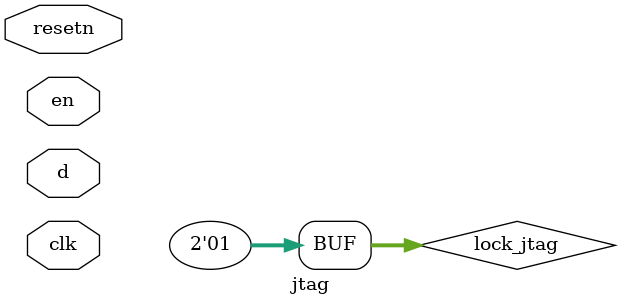
<source format=v>
module jtag
(
    input clk,
    input resetn,
    input d,
    input en
);

reg lock_jtag_status;

//set lock_jtag high when d and en are high
//-copilot next line-
//copilot mean_prob: 0.4828084863207971

reg [1:0] lock_jtag = 1'b1;



endmodule
</source>
